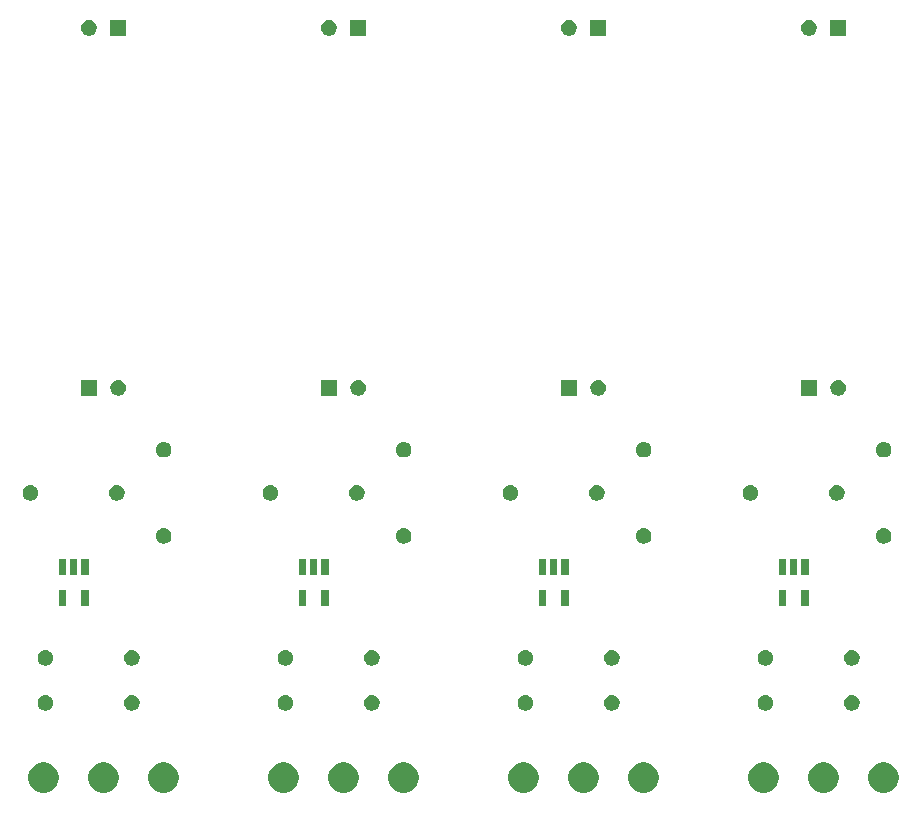
<source format=gbr>
G04 #@! TF.GenerationSoftware,KiCad,Pcbnew,5.1.5-52549c5~86~ubuntu16.04.1*
G04 #@! TF.CreationDate,2020-04-18T11:50:37-06:00*
G04 #@! TF.ProjectId,M_OpDetect,4d5f4f70-4465-4746-9563-742e6b696361,rev?*
G04 #@! TF.SameCoordinates,Original*
G04 #@! TF.FileFunction,Soldermask,Top*
G04 #@! TF.FilePolarity,Negative*
%FSLAX46Y46*%
G04 Gerber Fmt 4.6, Leading zero omitted, Abs format (unit mm)*
G04 Created by KiCad (PCBNEW 5.1.5-52549c5~86~ubuntu16.04.1) date 2020-04-18 11:50:37*
%MOMM*%
%LPD*%
G04 APERTURE LIST*
%ADD10C,0.100000*%
G04 APERTURE END LIST*
D10*
G36*
X145159393Y-120669304D02*
G01*
X145396101Y-120767352D01*
X145396103Y-120767353D01*
X145609135Y-120909696D01*
X145790304Y-121090865D01*
X145932647Y-121303897D01*
X145932648Y-121303899D01*
X146030696Y-121540607D01*
X146080680Y-121791893D01*
X146080680Y-122048107D01*
X146030696Y-122299393D01*
X145932648Y-122536101D01*
X145932647Y-122536103D01*
X145790304Y-122749135D01*
X145609135Y-122930304D01*
X145396103Y-123072647D01*
X145396102Y-123072648D01*
X145396101Y-123072648D01*
X145159393Y-123170696D01*
X144908107Y-123220680D01*
X144651893Y-123220680D01*
X144400607Y-123170696D01*
X144163899Y-123072648D01*
X144163898Y-123072648D01*
X144163897Y-123072647D01*
X143950865Y-122930304D01*
X143769696Y-122749135D01*
X143627353Y-122536103D01*
X143627352Y-122536101D01*
X143529304Y-122299393D01*
X143479320Y-122048107D01*
X143479320Y-121791893D01*
X143529304Y-121540607D01*
X143627352Y-121303899D01*
X143627353Y-121303897D01*
X143769696Y-121090865D01*
X143950865Y-120909696D01*
X144163897Y-120767353D01*
X144163899Y-120767352D01*
X144400607Y-120669304D01*
X144651893Y-120619320D01*
X144908107Y-120619320D01*
X145159393Y-120669304D01*
G37*
G36*
X134999393Y-120669304D02*
G01*
X135236101Y-120767352D01*
X135236103Y-120767353D01*
X135449135Y-120909696D01*
X135630304Y-121090865D01*
X135772647Y-121303897D01*
X135772648Y-121303899D01*
X135870696Y-121540607D01*
X135920680Y-121791893D01*
X135920680Y-122048107D01*
X135870696Y-122299393D01*
X135772648Y-122536101D01*
X135772647Y-122536103D01*
X135630304Y-122749135D01*
X135449135Y-122930304D01*
X135236103Y-123072647D01*
X135236102Y-123072648D01*
X135236101Y-123072648D01*
X134999393Y-123170696D01*
X134748107Y-123220680D01*
X134491893Y-123220680D01*
X134240607Y-123170696D01*
X134003899Y-123072648D01*
X134003898Y-123072648D01*
X134003897Y-123072647D01*
X133790865Y-122930304D01*
X133609696Y-122749135D01*
X133467353Y-122536103D01*
X133467352Y-122536101D01*
X133369304Y-122299393D01*
X133319320Y-122048107D01*
X133319320Y-121791893D01*
X133369304Y-121540607D01*
X133467352Y-121303899D01*
X133467353Y-121303897D01*
X133609696Y-121090865D01*
X133790865Y-120909696D01*
X134003897Y-120767353D01*
X134003899Y-120767352D01*
X134240607Y-120669304D01*
X134491893Y-120619320D01*
X134748107Y-120619320D01*
X134999393Y-120669304D01*
G37*
G36*
X140079393Y-120669304D02*
G01*
X140316101Y-120767352D01*
X140316103Y-120767353D01*
X140529135Y-120909696D01*
X140710304Y-121090865D01*
X140852647Y-121303897D01*
X140852648Y-121303899D01*
X140950696Y-121540607D01*
X141000680Y-121791893D01*
X141000680Y-122048107D01*
X140950696Y-122299393D01*
X140852648Y-122536101D01*
X140852647Y-122536103D01*
X140710304Y-122749135D01*
X140529135Y-122930304D01*
X140316103Y-123072647D01*
X140316102Y-123072648D01*
X140316101Y-123072648D01*
X140079393Y-123170696D01*
X139828107Y-123220680D01*
X139571893Y-123220680D01*
X139320607Y-123170696D01*
X139083899Y-123072648D01*
X139083898Y-123072648D01*
X139083897Y-123072647D01*
X138870865Y-122930304D01*
X138689696Y-122749135D01*
X138547353Y-122536103D01*
X138547352Y-122536101D01*
X138449304Y-122299393D01*
X138399320Y-122048107D01*
X138399320Y-121791893D01*
X138449304Y-121540607D01*
X138547352Y-121303899D01*
X138547353Y-121303897D01*
X138689696Y-121090865D01*
X138870865Y-120909696D01*
X139083897Y-120767353D01*
X139083899Y-120767352D01*
X139320607Y-120669304D01*
X139571893Y-120619320D01*
X139828107Y-120619320D01*
X140079393Y-120669304D01*
G37*
G36*
X165479393Y-120669304D02*
G01*
X165716101Y-120767352D01*
X165716103Y-120767353D01*
X165929135Y-120909696D01*
X166110304Y-121090865D01*
X166252647Y-121303897D01*
X166252648Y-121303899D01*
X166350696Y-121540607D01*
X166400680Y-121791893D01*
X166400680Y-122048107D01*
X166350696Y-122299393D01*
X166252648Y-122536101D01*
X166252647Y-122536103D01*
X166110304Y-122749135D01*
X165929135Y-122930304D01*
X165716103Y-123072647D01*
X165716102Y-123072648D01*
X165716101Y-123072648D01*
X165479393Y-123170696D01*
X165228107Y-123220680D01*
X164971893Y-123220680D01*
X164720607Y-123170696D01*
X164483899Y-123072648D01*
X164483898Y-123072648D01*
X164483897Y-123072647D01*
X164270865Y-122930304D01*
X164089696Y-122749135D01*
X163947353Y-122536103D01*
X163947352Y-122536101D01*
X163849304Y-122299393D01*
X163799320Y-122048107D01*
X163799320Y-121791893D01*
X163849304Y-121540607D01*
X163947352Y-121303899D01*
X163947353Y-121303897D01*
X164089696Y-121090865D01*
X164270865Y-120909696D01*
X164483897Y-120767353D01*
X164483899Y-120767352D01*
X164720607Y-120669304D01*
X164971893Y-120619320D01*
X165228107Y-120619320D01*
X165479393Y-120669304D01*
G37*
G36*
X155319393Y-120669304D02*
G01*
X155556101Y-120767352D01*
X155556103Y-120767353D01*
X155769135Y-120909696D01*
X155950304Y-121090865D01*
X156092647Y-121303897D01*
X156092648Y-121303899D01*
X156190696Y-121540607D01*
X156240680Y-121791893D01*
X156240680Y-122048107D01*
X156190696Y-122299393D01*
X156092648Y-122536101D01*
X156092647Y-122536103D01*
X155950304Y-122749135D01*
X155769135Y-122930304D01*
X155556103Y-123072647D01*
X155556102Y-123072648D01*
X155556101Y-123072648D01*
X155319393Y-123170696D01*
X155068107Y-123220680D01*
X154811893Y-123220680D01*
X154560607Y-123170696D01*
X154323899Y-123072648D01*
X154323898Y-123072648D01*
X154323897Y-123072647D01*
X154110865Y-122930304D01*
X153929696Y-122749135D01*
X153787353Y-122536103D01*
X153787352Y-122536101D01*
X153689304Y-122299393D01*
X153639320Y-122048107D01*
X153639320Y-121791893D01*
X153689304Y-121540607D01*
X153787352Y-121303899D01*
X153787353Y-121303897D01*
X153929696Y-121090865D01*
X154110865Y-120909696D01*
X154323897Y-120767353D01*
X154323899Y-120767352D01*
X154560607Y-120669304D01*
X154811893Y-120619320D01*
X155068107Y-120619320D01*
X155319393Y-120669304D01*
G37*
G36*
X160399393Y-120669304D02*
G01*
X160636101Y-120767352D01*
X160636103Y-120767353D01*
X160849135Y-120909696D01*
X161030304Y-121090865D01*
X161172647Y-121303897D01*
X161172648Y-121303899D01*
X161270696Y-121540607D01*
X161320680Y-121791893D01*
X161320680Y-122048107D01*
X161270696Y-122299393D01*
X161172648Y-122536101D01*
X161172647Y-122536103D01*
X161030304Y-122749135D01*
X160849135Y-122930304D01*
X160636103Y-123072647D01*
X160636102Y-123072648D01*
X160636101Y-123072648D01*
X160399393Y-123170696D01*
X160148107Y-123220680D01*
X159891893Y-123220680D01*
X159640607Y-123170696D01*
X159403899Y-123072648D01*
X159403898Y-123072648D01*
X159403897Y-123072647D01*
X159190865Y-122930304D01*
X159009696Y-122749135D01*
X158867353Y-122536103D01*
X158867352Y-122536101D01*
X158769304Y-122299393D01*
X158719320Y-122048107D01*
X158719320Y-121791893D01*
X158769304Y-121540607D01*
X158867352Y-121303899D01*
X158867353Y-121303897D01*
X159009696Y-121090865D01*
X159190865Y-120909696D01*
X159403897Y-120767353D01*
X159403899Y-120767352D01*
X159640607Y-120669304D01*
X159891893Y-120619320D01*
X160148107Y-120619320D01*
X160399393Y-120669304D01*
G37*
G36*
X185799393Y-120669304D02*
G01*
X186036101Y-120767352D01*
X186036103Y-120767353D01*
X186249135Y-120909696D01*
X186430304Y-121090865D01*
X186572647Y-121303897D01*
X186572648Y-121303899D01*
X186670696Y-121540607D01*
X186720680Y-121791893D01*
X186720680Y-122048107D01*
X186670696Y-122299393D01*
X186572648Y-122536101D01*
X186572647Y-122536103D01*
X186430304Y-122749135D01*
X186249135Y-122930304D01*
X186036103Y-123072647D01*
X186036102Y-123072648D01*
X186036101Y-123072648D01*
X185799393Y-123170696D01*
X185548107Y-123220680D01*
X185291893Y-123220680D01*
X185040607Y-123170696D01*
X184803899Y-123072648D01*
X184803898Y-123072648D01*
X184803897Y-123072647D01*
X184590865Y-122930304D01*
X184409696Y-122749135D01*
X184267353Y-122536103D01*
X184267352Y-122536101D01*
X184169304Y-122299393D01*
X184119320Y-122048107D01*
X184119320Y-121791893D01*
X184169304Y-121540607D01*
X184267352Y-121303899D01*
X184267353Y-121303897D01*
X184409696Y-121090865D01*
X184590865Y-120909696D01*
X184803897Y-120767353D01*
X184803899Y-120767352D01*
X185040607Y-120669304D01*
X185291893Y-120619320D01*
X185548107Y-120619320D01*
X185799393Y-120669304D01*
G37*
G36*
X175639393Y-120669304D02*
G01*
X175876101Y-120767352D01*
X175876103Y-120767353D01*
X176089135Y-120909696D01*
X176270304Y-121090865D01*
X176412647Y-121303897D01*
X176412648Y-121303899D01*
X176510696Y-121540607D01*
X176560680Y-121791893D01*
X176560680Y-122048107D01*
X176510696Y-122299393D01*
X176412648Y-122536101D01*
X176412647Y-122536103D01*
X176270304Y-122749135D01*
X176089135Y-122930304D01*
X175876103Y-123072647D01*
X175876102Y-123072648D01*
X175876101Y-123072648D01*
X175639393Y-123170696D01*
X175388107Y-123220680D01*
X175131893Y-123220680D01*
X174880607Y-123170696D01*
X174643899Y-123072648D01*
X174643898Y-123072648D01*
X174643897Y-123072647D01*
X174430865Y-122930304D01*
X174249696Y-122749135D01*
X174107353Y-122536103D01*
X174107352Y-122536101D01*
X174009304Y-122299393D01*
X173959320Y-122048107D01*
X173959320Y-121791893D01*
X174009304Y-121540607D01*
X174107352Y-121303899D01*
X174107353Y-121303897D01*
X174249696Y-121090865D01*
X174430865Y-120909696D01*
X174643897Y-120767353D01*
X174643899Y-120767352D01*
X174880607Y-120669304D01*
X175131893Y-120619320D01*
X175388107Y-120619320D01*
X175639393Y-120669304D01*
G37*
G36*
X180719393Y-120669304D02*
G01*
X180956101Y-120767352D01*
X180956103Y-120767353D01*
X181169135Y-120909696D01*
X181350304Y-121090865D01*
X181492647Y-121303897D01*
X181492648Y-121303899D01*
X181590696Y-121540607D01*
X181640680Y-121791893D01*
X181640680Y-122048107D01*
X181590696Y-122299393D01*
X181492648Y-122536101D01*
X181492647Y-122536103D01*
X181350304Y-122749135D01*
X181169135Y-122930304D01*
X180956103Y-123072647D01*
X180956102Y-123072648D01*
X180956101Y-123072648D01*
X180719393Y-123170696D01*
X180468107Y-123220680D01*
X180211893Y-123220680D01*
X179960607Y-123170696D01*
X179723899Y-123072648D01*
X179723898Y-123072648D01*
X179723897Y-123072647D01*
X179510865Y-122930304D01*
X179329696Y-122749135D01*
X179187353Y-122536103D01*
X179187352Y-122536101D01*
X179089304Y-122299393D01*
X179039320Y-122048107D01*
X179039320Y-121791893D01*
X179089304Y-121540607D01*
X179187352Y-121303899D01*
X179187353Y-121303897D01*
X179329696Y-121090865D01*
X179510865Y-120909696D01*
X179723897Y-120767353D01*
X179723899Y-120767352D01*
X179960607Y-120669304D01*
X180211893Y-120619320D01*
X180468107Y-120619320D01*
X180719393Y-120669304D01*
G37*
G36*
X195959393Y-120669304D02*
G01*
X196196101Y-120767352D01*
X196196103Y-120767353D01*
X196409135Y-120909696D01*
X196590304Y-121090865D01*
X196732647Y-121303897D01*
X196732648Y-121303899D01*
X196830696Y-121540607D01*
X196880680Y-121791893D01*
X196880680Y-122048107D01*
X196830696Y-122299393D01*
X196732648Y-122536101D01*
X196732647Y-122536103D01*
X196590304Y-122749135D01*
X196409135Y-122930304D01*
X196196103Y-123072647D01*
X196196102Y-123072648D01*
X196196101Y-123072648D01*
X195959393Y-123170696D01*
X195708107Y-123220680D01*
X195451893Y-123220680D01*
X195200607Y-123170696D01*
X194963899Y-123072648D01*
X194963898Y-123072648D01*
X194963897Y-123072647D01*
X194750865Y-122930304D01*
X194569696Y-122749135D01*
X194427353Y-122536103D01*
X194427352Y-122536101D01*
X194329304Y-122299393D01*
X194279320Y-122048107D01*
X194279320Y-121791893D01*
X194329304Y-121540607D01*
X194427352Y-121303899D01*
X194427353Y-121303897D01*
X194569696Y-121090865D01*
X194750865Y-120909696D01*
X194963897Y-120767353D01*
X194963899Y-120767352D01*
X195200607Y-120669304D01*
X195451893Y-120619320D01*
X195708107Y-120619320D01*
X195959393Y-120669304D01*
G37*
G36*
X201039393Y-120669304D02*
G01*
X201276101Y-120767352D01*
X201276103Y-120767353D01*
X201489135Y-120909696D01*
X201670304Y-121090865D01*
X201812647Y-121303897D01*
X201812648Y-121303899D01*
X201910696Y-121540607D01*
X201960680Y-121791893D01*
X201960680Y-122048107D01*
X201910696Y-122299393D01*
X201812648Y-122536101D01*
X201812647Y-122536103D01*
X201670304Y-122749135D01*
X201489135Y-122930304D01*
X201276103Y-123072647D01*
X201276102Y-123072648D01*
X201276101Y-123072648D01*
X201039393Y-123170696D01*
X200788107Y-123220680D01*
X200531893Y-123220680D01*
X200280607Y-123170696D01*
X200043899Y-123072648D01*
X200043898Y-123072648D01*
X200043897Y-123072647D01*
X199830865Y-122930304D01*
X199649696Y-122749135D01*
X199507353Y-122536103D01*
X199507352Y-122536101D01*
X199409304Y-122299393D01*
X199359320Y-122048107D01*
X199359320Y-121791893D01*
X199409304Y-121540607D01*
X199507352Y-121303899D01*
X199507353Y-121303897D01*
X199649696Y-121090865D01*
X199830865Y-120909696D01*
X200043897Y-120767353D01*
X200043899Y-120767352D01*
X200280607Y-120669304D01*
X200531893Y-120619320D01*
X200788107Y-120619320D01*
X201039393Y-120669304D01*
G37*
G36*
X206119393Y-120669304D02*
G01*
X206356101Y-120767352D01*
X206356103Y-120767353D01*
X206569135Y-120909696D01*
X206750304Y-121090865D01*
X206892647Y-121303897D01*
X206892648Y-121303899D01*
X206990696Y-121540607D01*
X207040680Y-121791893D01*
X207040680Y-122048107D01*
X206990696Y-122299393D01*
X206892648Y-122536101D01*
X206892647Y-122536103D01*
X206750304Y-122749135D01*
X206569135Y-122930304D01*
X206356103Y-123072647D01*
X206356102Y-123072648D01*
X206356101Y-123072648D01*
X206119393Y-123170696D01*
X205868107Y-123220680D01*
X205611893Y-123220680D01*
X205360607Y-123170696D01*
X205123899Y-123072648D01*
X205123898Y-123072648D01*
X205123897Y-123072647D01*
X204910865Y-122930304D01*
X204729696Y-122749135D01*
X204587353Y-122536103D01*
X204587352Y-122536101D01*
X204489304Y-122299393D01*
X204439320Y-122048107D01*
X204439320Y-121791893D01*
X204489304Y-121540607D01*
X204587352Y-121303899D01*
X204587353Y-121303897D01*
X204729696Y-121090865D01*
X204910865Y-120909696D01*
X205123897Y-120767353D01*
X205123899Y-120767352D01*
X205360607Y-120669304D01*
X205611893Y-120619320D01*
X205868107Y-120619320D01*
X206119393Y-120669304D01*
G37*
G36*
X155295431Y-114925747D02*
G01*
X155417365Y-114976254D01*
X155527098Y-115049575D01*
X155620425Y-115142902D01*
X155693746Y-115252635D01*
X155744253Y-115374569D01*
X155770000Y-115504009D01*
X155770000Y-115635991D01*
X155744253Y-115765431D01*
X155693746Y-115887365D01*
X155620425Y-115997098D01*
X155527098Y-116090425D01*
X155417365Y-116163746D01*
X155295431Y-116214253D01*
X155165991Y-116240000D01*
X155034009Y-116240000D01*
X154904569Y-116214253D01*
X154782635Y-116163746D01*
X154672902Y-116090425D01*
X154579575Y-115997098D01*
X154506254Y-115887365D01*
X154455747Y-115765431D01*
X154430000Y-115635991D01*
X154430000Y-115504009D01*
X154455747Y-115374569D01*
X154506254Y-115252635D01*
X154579575Y-115142902D01*
X154672902Y-115049575D01*
X154782635Y-114976254D01*
X154904569Y-114925747D01*
X155034009Y-114900000D01*
X155165991Y-114900000D01*
X155295431Y-114925747D01*
G37*
G36*
X203235431Y-114925747D02*
G01*
X203357365Y-114976254D01*
X203467098Y-115049575D01*
X203560425Y-115142902D01*
X203633746Y-115252635D01*
X203684253Y-115374569D01*
X203710000Y-115504009D01*
X203710000Y-115635991D01*
X203684253Y-115765431D01*
X203633746Y-115887365D01*
X203560425Y-115997098D01*
X203467098Y-116090425D01*
X203357365Y-116163746D01*
X203235431Y-116214253D01*
X203105991Y-116240000D01*
X202974009Y-116240000D01*
X202844569Y-116214253D01*
X202722635Y-116163746D01*
X202612902Y-116090425D01*
X202519575Y-115997098D01*
X202446254Y-115887365D01*
X202395747Y-115765431D01*
X202370000Y-115635991D01*
X202370000Y-115504009D01*
X202395747Y-115374569D01*
X202446254Y-115252635D01*
X202519575Y-115142902D01*
X202612902Y-115049575D01*
X202722635Y-114976254D01*
X202844569Y-114925747D01*
X202974009Y-114900000D01*
X203105991Y-114900000D01*
X203235431Y-114925747D01*
G37*
G36*
X195935431Y-114925747D02*
G01*
X196057365Y-114976254D01*
X196167098Y-115049575D01*
X196260425Y-115142902D01*
X196333746Y-115252635D01*
X196384253Y-115374569D01*
X196410000Y-115504009D01*
X196410000Y-115635991D01*
X196384253Y-115765431D01*
X196333746Y-115887365D01*
X196260425Y-115997098D01*
X196167098Y-116090425D01*
X196057365Y-116163746D01*
X195935431Y-116214253D01*
X195805991Y-116240000D01*
X195674009Y-116240000D01*
X195544569Y-116214253D01*
X195422635Y-116163746D01*
X195312902Y-116090425D01*
X195219575Y-115997098D01*
X195146254Y-115887365D01*
X195095747Y-115765431D01*
X195070000Y-115635991D01*
X195070000Y-115504009D01*
X195095747Y-115374569D01*
X195146254Y-115252635D01*
X195219575Y-115142902D01*
X195312902Y-115049575D01*
X195422635Y-114976254D01*
X195544569Y-114925747D01*
X195674009Y-114900000D01*
X195805991Y-114900000D01*
X195935431Y-114925747D01*
G37*
G36*
X175615431Y-114925747D02*
G01*
X175737365Y-114976254D01*
X175847098Y-115049575D01*
X175940425Y-115142902D01*
X176013746Y-115252635D01*
X176064253Y-115374569D01*
X176090000Y-115504009D01*
X176090000Y-115635991D01*
X176064253Y-115765431D01*
X176013746Y-115887365D01*
X175940425Y-115997098D01*
X175847098Y-116090425D01*
X175737365Y-116163746D01*
X175615431Y-116214253D01*
X175485991Y-116240000D01*
X175354009Y-116240000D01*
X175224569Y-116214253D01*
X175102635Y-116163746D01*
X174992902Y-116090425D01*
X174899575Y-115997098D01*
X174826254Y-115887365D01*
X174775747Y-115765431D01*
X174750000Y-115635991D01*
X174750000Y-115504009D01*
X174775747Y-115374569D01*
X174826254Y-115252635D01*
X174899575Y-115142902D01*
X174992902Y-115049575D01*
X175102635Y-114976254D01*
X175224569Y-114925747D01*
X175354009Y-114900000D01*
X175485991Y-114900000D01*
X175615431Y-114925747D01*
G37*
G36*
X182915431Y-114925747D02*
G01*
X183037365Y-114976254D01*
X183147098Y-115049575D01*
X183240425Y-115142902D01*
X183313746Y-115252635D01*
X183364253Y-115374569D01*
X183390000Y-115504009D01*
X183390000Y-115635991D01*
X183364253Y-115765431D01*
X183313746Y-115887365D01*
X183240425Y-115997098D01*
X183147098Y-116090425D01*
X183037365Y-116163746D01*
X182915431Y-116214253D01*
X182785991Y-116240000D01*
X182654009Y-116240000D01*
X182524569Y-116214253D01*
X182402635Y-116163746D01*
X182292902Y-116090425D01*
X182199575Y-115997098D01*
X182126254Y-115887365D01*
X182075747Y-115765431D01*
X182050000Y-115635991D01*
X182050000Y-115504009D01*
X182075747Y-115374569D01*
X182126254Y-115252635D01*
X182199575Y-115142902D01*
X182292902Y-115049575D01*
X182402635Y-114976254D01*
X182524569Y-114925747D01*
X182654009Y-114900000D01*
X182785991Y-114900000D01*
X182915431Y-114925747D01*
G37*
G36*
X162595431Y-114925747D02*
G01*
X162717365Y-114976254D01*
X162827098Y-115049575D01*
X162920425Y-115142902D01*
X162993746Y-115252635D01*
X163044253Y-115374569D01*
X163070000Y-115504009D01*
X163070000Y-115635991D01*
X163044253Y-115765431D01*
X162993746Y-115887365D01*
X162920425Y-115997098D01*
X162827098Y-116090425D01*
X162717365Y-116163746D01*
X162595431Y-116214253D01*
X162465991Y-116240000D01*
X162334009Y-116240000D01*
X162204569Y-116214253D01*
X162082635Y-116163746D01*
X161972902Y-116090425D01*
X161879575Y-115997098D01*
X161806254Y-115887365D01*
X161755747Y-115765431D01*
X161730000Y-115635991D01*
X161730000Y-115504009D01*
X161755747Y-115374569D01*
X161806254Y-115252635D01*
X161879575Y-115142902D01*
X161972902Y-115049575D01*
X162082635Y-114976254D01*
X162204569Y-114925747D01*
X162334009Y-114900000D01*
X162465991Y-114900000D01*
X162595431Y-114925747D01*
G37*
G36*
X134975431Y-114925747D02*
G01*
X135097365Y-114976254D01*
X135207098Y-115049575D01*
X135300425Y-115142902D01*
X135373746Y-115252635D01*
X135424253Y-115374569D01*
X135450000Y-115504009D01*
X135450000Y-115635991D01*
X135424253Y-115765431D01*
X135373746Y-115887365D01*
X135300425Y-115997098D01*
X135207098Y-116090425D01*
X135097365Y-116163746D01*
X134975431Y-116214253D01*
X134845991Y-116240000D01*
X134714009Y-116240000D01*
X134584569Y-116214253D01*
X134462635Y-116163746D01*
X134352902Y-116090425D01*
X134259575Y-115997098D01*
X134186254Y-115887365D01*
X134135747Y-115765431D01*
X134110000Y-115635991D01*
X134110000Y-115504009D01*
X134135747Y-115374569D01*
X134186254Y-115252635D01*
X134259575Y-115142902D01*
X134352902Y-115049575D01*
X134462635Y-114976254D01*
X134584569Y-114925747D01*
X134714009Y-114900000D01*
X134845991Y-114900000D01*
X134975431Y-114925747D01*
G37*
G36*
X142275431Y-114925747D02*
G01*
X142397365Y-114976254D01*
X142507098Y-115049575D01*
X142600425Y-115142902D01*
X142673746Y-115252635D01*
X142724253Y-115374569D01*
X142750000Y-115504009D01*
X142750000Y-115635991D01*
X142724253Y-115765431D01*
X142673746Y-115887365D01*
X142600425Y-115997098D01*
X142507098Y-116090425D01*
X142397365Y-116163746D01*
X142275431Y-116214253D01*
X142145991Y-116240000D01*
X142014009Y-116240000D01*
X141884569Y-116214253D01*
X141762635Y-116163746D01*
X141652902Y-116090425D01*
X141559575Y-115997098D01*
X141486254Y-115887365D01*
X141435747Y-115765431D01*
X141410000Y-115635991D01*
X141410000Y-115504009D01*
X141435747Y-115374569D01*
X141486254Y-115252635D01*
X141559575Y-115142902D01*
X141652902Y-115049575D01*
X141762635Y-114976254D01*
X141884569Y-114925747D01*
X142014009Y-114900000D01*
X142145991Y-114900000D01*
X142275431Y-114925747D01*
G37*
G36*
X134975431Y-111115747D02*
G01*
X135097365Y-111166254D01*
X135207098Y-111239575D01*
X135300425Y-111332902D01*
X135373746Y-111442635D01*
X135424253Y-111564569D01*
X135450000Y-111694009D01*
X135450000Y-111825991D01*
X135424253Y-111955431D01*
X135373746Y-112077365D01*
X135300425Y-112187098D01*
X135207098Y-112280425D01*
X135097365Y-112353746D01*
X134975431Y-112404253D01*
X134845991Y-112430000D01*
X134714009Y-112430000D01*
X134584569Y-112404253D01*
X134462635Y-112353746D01*
X134352902Y-112280425D01*
X134259575Y-112187098D01*
X134186254Y-112077365D01*
X134135747Y-111955431D01*
X134110000Y-111825991D01*
X134110000Y-111694009D01*
X134135747Y-111564569D01*
X134186254Y-111442635D01*
X134259575Y-111332902D01*
X134352902Y-111239575D01*
X134462635Y-111166254D01*
X134584569Y-111115747D01*
X134714009Y-111090000D01*
X134845991Y-111090000D01*
X134975431Y-111115747D01*
G37*
G36*
X195935431Y-111115747D02*
G01*
X196057365Y-111166254D01*
X196167098Y-111239575D01*
X196260425Y-111332902D01*
X196333746Y-111442635D01*
X196384253Y-111564569D01*
X196410000Y-111694009D01*
X196410000Y-111825991D01*
X196384253Y-111955431D01*
X196333746Y-112077365D01*
X196260425Y-112187098D01*
X196167098Y-112280425D01*
X196057365Y-112353746D01*
X195935431Y-112404253D01*
X195805991Y-112430000D01*
X195674009Y-112430000D01*
X195544569Y-112404253D01*
X195422635Y-112353746D01*
X195312902Y-112280425D01*
X195219575Y-112187098D01*
X195146254Y-112077365D01*
X195095747Y-111955431D01*
X195070000Y-111825991D01*
X195070000Y-111694009D01*
X195095747Y-111564569D01*
X195146254Y-111442635D01*
X195219575Y-111332902D01*
X195312902Y-111239575D01*
X195422635Y-111166254D01*
X195544569Y-111115747D01*
X195674009Y-111090000D01*
X195805991Y-111090000D01*
X195935431Y-111115747D01*
G37*
G36*
X203235431Y-111115747D02*
G01*
X203357365Y-111166254D01*
X203467098Y-111239575D01*
X203560425Y-111332902D01*
X203633746Y-111442635D01*
X203684253Y-111564569D01*
X203710000Y-111694009D01*
X203710000Y-111825991D01*
X203684253Y-111955431D01*
X203633746Y-112077365D01*
X203560425Y-112187098D01*
X203467098Y-112280425D01*
X203357365Y-112353746D01*
X203235431Y-112404253D01*
X203105991Y-112430000D01*
X202974009Y-112430000D01*
X202844569Y-112404253D01*
X202722635Y-112353746D01*
X202612902Y-112280425D01*
X202519575Y-112187098D01*
X202446254Y-112077365D01*
X202395747Y-111955431D01*
X202370000Y-111825991D01*
X202370000Y-111694009D01*
X202395747Y-111564569D01*
X202446254Y-111442635D01*
X202519575Y-111332902D01*
X202612902Y-111239575D01*
X202722635Y-111166254D01*
X202844569Y-111115747D01*
X202974009Y-111090000D01*
X203105991Y-111090000D01*
X203235431Y-111115747D01*
G37*
G36*
X142275431Y-111115747D02*
G01*
X142397365Y-111166254D01*
X142507098Y-111239575D01*
X142600425Y-111332902D01*
X142673746Y-111442635D01*
X142724253Y-111564569D01*
X142750000Y-111694009D01*
X142750000Y-111825991D01*
X142724253Y-111955431D01*
X142673746Y-112077365D01*
X142600425Y-112187098D01*
X142507098Y-112280425D01*
X142397365Y-112353746D01*
X142275431Y-112404253D01*
X142145991Y-112430000D01*
X142014009Y-112430000D01*
X141884569Y-112404253D01*
X141762635Y-112353746D01*
X141652902Y-112280425D01*
X141559575Y-112187098D01*
X141486254Y-112077365D01*
X141435747Y-111955431D01*
X141410000Y-111825991D01*
X141410000Y-111694009D01*
X141435747Y-111564569D01*
X141486254Y-111442635D01*
X141559575Y-111332902D01*
X141652902Y-111239575D01*
X141762635Y-111166254D01*
X141884569Y-111115747D01*
X142014009Y-111090000D01*
X142145991Y-111090000D01*
X142275431Y-111115747D01*
G37*
G36*
X162595431Y-111115747D02*
G01*
X162717365Y-111166254D01*
X162827098Y-111239575D01*
X162920425Y-111332902D01*
X162993746Y-111442635D01*
X163044253Y-111564569D01*
X163070000Y-111694009D01*
X163070000Y-111825991D01*
X163044253Y-111955431D01*
X162993746Y-112077365D01*
X162920425Y-112187098D01*
X162827098Y-112280425D01*
X162717365Y-112353746D01*
X162595431Y-112404253D01*
X162465991Y-112430000D01*
X162334009Y-112430000D01*
X162204569Y-112404253D01*
X162082635Y-112353746D01*
X161972902Y-112280425D01*
X161879575Y-112187098D01*
X161806254Y-112077365D01*
X161755747Y-111955431D01*
X161730000Y-111825991D01*
X161730000Y-111694009D01*
X161755747Y-111564569D01*
X161806254Y-111442635D01*
X161879575Y-111332902D01*
X161972902Y-111239575D01*
X162082635Y-111166254D01*
X162204569Y-111115747D01*
X162334009Y-111090000D01*
X162465991Y-111090000D01*
X162595431Y-111115747D01*
G37*
G36*
X175615431Y-111115747D02*
G01*
X175737365Y-111166254D01*
X175847098Y-111239575D01*
X175940425Y-111332902D01*
X176013746Y-111442635D01*
X176064253Y-111564569D01*
X176090000Y-111694009D01*
X176090000Y-111825991D01*
X176064253Y-111955431D01*
X176013746Y-112077365D01*
X175940425Y-112187098D01*
X175847098Y-112280425D01*
X175737365Y-112353746D01*
X175615431Y-112404253D01*
X175485991Y-112430000D01*
X175354009Y-112430000D01*
X175224569Y-112404253D01*
X175102635Y-112353746D01*
X174992902Y-112280425D01*
X174899575Y-112187098D01*
X174826254Y-112077365D01*
X174775747Y-111955431D01*
X174750000Y-111825991D01*
X174750000Y-111694009D01*
X174775747Y-111564569D01*
X174826254Y-111442635D01*
X174899575Y-111332902D01*
X174992902Y-111239575D01*
X175102635Y-111166254D01*
X175224569Y-111115747D01*
X175354009Y-111090000D01*
X175485991Y-111090000D01*
X175615431Y-111115747D01*
G37*
G36*
X182915431Y-111115747D02*
G01*
X183037365Y-111166254D01*
X183147098Y-111239575D01*
X183240425Y-111332902D01*
X183313746Y-111442635D01*
X183364253Y-111564569D01*
X183390000Y-111694009D01*
X183390000Y-111825991D01*
X183364253Y-111955431D01*
X183313746Y-112077365D01*
X183240425Y-112187098D01*
X183147098Y-112280425D01*
X183037365Y-112353746D01*
X182915431Y-112404253D01*
X182785991Y-112430000D01*
X182654009Y-112430000D01*
X182524569Y-112404253D01*
X182402635Y-112353746D01*
X182292902Y-112280425D01*
X182199575Y-112187098D01*
X182126254Y-112077365D01*
X182075747Y-111955431D01*
X182050000Y-111825991D01*
X182050000Y-111694009D01*
X182075747Y-111564569D01*
X182126254Y-111442635D01*
X182199575Y-111332902D01*
X182292902Y-111239575D01*
X182402635Y-111166254D01*
X182524569Y-111115747D01*
X182654009Y-111090000D01*
X182785991Y-111090000D01*
X182915431Y-111115747D01*
G37*
G36*
X155295431Y-111115747D02*
G01*
X155417365Y-111166254D01*
X155527098Y-111239575D01*
X155620425Y-111332902D01*
X155693746Y-111442635D01*
X155744253Y-111564569D01*
X155770000Y-111694009D01*
X155770000Y-111825991D01*
X155744253Y-111955431D01*
X155693746Y-112077365D01*
X155620425Y-112187098D01*
X155527098Y-112280425D01*
X155417365Y-112353746D01*
X155295431Y-112404253D01*
X155165991Y-112430000D01*
X155034009Y-112430000D01*
X154904569Y-112404253D01*
X154782635Y-112353746D01*
X154672902Y-112280425D01*
X154579575Y-112187098D01*
X154506254Y-112077365D01*
X154455747Y-111955431D01*
X154430000Y-111825991D01*
X154430000Y-111694009D01*
X154455747Y-111564569D01*
X154506254Y-111442635D01*
X154579575Y-111332902D01*
X154672902Y-111239575D01*
X154782635Y-111166254D01*
X154904569Y-111115747D01*
X155034009Y-111090000D01*
X155165991Y-111090000D01*
X155295431Y-111115747D01*
G37*
G36*
X199390200Y-107391400D02*
G01*
X198729400Y-107391400D01*
X198729400Y-106019400D01*
X199390200Y-106019400D01*
X199390200Y-107391400D01*
G37*
G36*
X136550600Y-107391400D02*
G01*
X135889800Y-107391400D01*
X135889800Y-106019400D01*
X136550600Y-106019400D01*
X136550600Y-107391400D01*
G37*
G36*
X138430200Y-107391400D02*
G01*
X137769400Y-107391400D01*
X137769400Y-106019400D01*
X138430200Y-106019400D01*
X138430200Y-107391400D01*
G37*
G36*
X197510600Y-107391400D02*
G01*
X196849800Y-107391400D01*
X196849800Y-106019400D01*
X197510600Y-106019400D01*
X197510600Y-107391400D01*
G37*
G36*
X177190600Y-107391400D02*
G01*
X176529800Y-107391400D01*
X176529800Y-106019400D01*
X177190600Y-106019400D01*
X177190600Y-107391400D01*
G37*
G36*
X156870600Y-107391400D02*
G01*
X156209800Y-107391400D01*
X156209800Y-106019400D01*
X156870600Y-106019400D01*
X156870600Y-107391400D01*
G37*
G36*
X158750200Y-107391400D02*
G01*
X158089400Y-107391400D01*
X158089400Y-106019400D01*
X158750200Y-106019400D01*
X158750200Y-107391400D01*
G37*
G36*
X179070200Y-107391400D02*
G01*
X178409400Y-107391400D01*
X178409400Y-106019400D01*
X179070200Y-106019400D01*
X179070200Y-107391400D01*
G37*
G36*
X197510600Y-104800600D02*
G01*
X196849800Y-104800600D01*
X196849800Y-103428600D01*
X197510600Y-103428600D01*
X197510600Y-104800600D01*
G37*
G36*
X198450400Y-104800600D02*
G01*
X197789600Y-104800600D01*
X197789600Y-103428600D01*
X198450400Y-103428600D01*
X198450400Y-104800600D01*
G37*
G36*
X199390200Y-104800600D02*
G01*
X198729400Y-104800600D01*
X198729400Y-103428600D01*
X199390200Y-103428600D01*
X199390200Y-104800600D01*
G37*
G36*
X158750200Y-104800600D02*
G01*
X158089400Y-104800600D01*
X158089400Y-103428600D01*
X158750200Y-103428600D01*
X158750200Y-104800600D01*
G37*
G36*
X136550600Y-104800600D02*
G01*
X135889800Y-104800600D01*
X135889800Y-103428600D01*
X136550600Y-103428600D01*
X136550600Y-104800600D01*
G37*
G36*
X179070200Y-104800600D02*
G01*
X178409400Y-104800600D01*
X178409400Y-103428600D01*
X179070200Y-103428600D01*
X179070200Y-104800600D01*
G37*
G36*
X177190600Y-104800600D02*
G01*
X176529800Y-104800600D01*
X176529800Y-103428600D01*
X177190600Y-103428600D01*
X177190600Y-104800600D01*
G37*
G36*
X178130400Y-104800600D02*
G01*
X177469600Y-104800600D01*
X177469600Y-103428600D01*
X178130400Y-103428600D01*
X178130400Y-104800600D01*
G37*
G36*
X157810400Y-104800600D02*
G01*
X157149600Y-104800600D01*
X157149600Y-103428600D01*
X157810400Y-103428600D01*
X157810400Y-104800600D01*
G37*
G36*
X156870600Y-104800600D02*
G01*
X156209800Y-104800600D01*
X156209800Y-103428600D01*
X156870600Y-103428600D01*
X156870600Y-104800600D01*
G37*
G36*
X138430200Y-104800600D02*
G01*
X137769400Y-104800600D01*
X137769400Y-103428600D01*
X138430200Y-103428600D01*
X138430200Y-104800600D01*
G37*
G36*
X137490400Y-104800600D02*
G01*
X136829600Y-104800600D01*
X136829600Y-103428600D01*
X137490400Y-103428600D01*
X137490400Y-104800600D01*
G37*
G36*
X205935431Y-100795747D02*
G01*
X206057365Y-100846254D01*
X206167098Y-100919575D01*
X206260425Y-101012902D01*
X206333746Y-101122635D01*
X206384253Y-101244569D01*
X206410000Y-101374009D01*
X206410000Y-101505991D01*
X206384253Y-101635431D01*
X206333746Y-101757365D01*
X206260425Y-101867098D01*
X206167098Y-101960425D01*
X206057365Y-102033746D01*
X205935431Y-102084253D01*
X205805991Y-102110000D01*
X205674009Y-102110000D01*
X205544569Y-102084253D01*
X205422635Y-102033746D01*
X205312902Y-101960425D01*
X205219575Y-101867098D01*
X205146254Y-101757365D01*
X205095747Y-101635431D01*
X205070000Y-101505991D01*
X205070000Y-101374009D01*
X205095747Y-101244569D01*
X205146254Y-101122635D01*
X205219575Y-101012902D01*
X205312902Y-100919575D01*
X205422635Y-100846254D01*
X205544569Y-100795747D01*
X205674009Y-100770000D01*
X205805991Y-100770000D01*
X205935431Y-100795747D01*
G37*
G36*
X144975431Y-100795747D02*
G01*
X145097365Y-100846254D01*
X145207098Y-100919575D01*
X145300425Y-101012902D01*
X145373746Y-101122635D01*
X145424253Y-101244569D01*
X145450000Y-101374009D01*
X145450000Y-101505991D01*
X145424253Y-101635431D01*
X145373746Y-101757365D01*
X145300425Y-101867098D01*
X145207098Y-101960425D01*
X145097365Y-102033746D01*
X144975431Y-102084253D01*
X144845991Y-102110000D01*
X144714009Y-102110000D01*
X144584569Y-102084253D01*
X144462635Y-102033746D01*
X144352902Y-101960425D01*
X144259575Y-101867098D01*
X144186254Y-101757365D01*
X144135747Y-101635431D01*
X144110000Y-101505991D01*
X144110000Y-101374009D01*
X144135747Y-101244569D01*
X144186254Y-101122635D01*
X144259575Y-101012902D01*
X144352902Y-100919575D01*
X144462635Y-100846254D01*
X144584569Y-100795747D01*
X144714009Y-100770000D01*
X144845991Y-100770000D01*
X144975431Y-100795747D01*
G37*
G36*
X185615431Y-100795747D02*
G01*
X185737365Y-100846254D01*
X185847098Y-100919575D01*
X185940425Y-101012902D01*
X186013746Y-101122635D01*
X186064253Y-101244569D01*
X186090000Y-101374009D01*
X186090000Y-101505991D01*
X186064253Y-101635431D01*
X186013746Y-101757365D01*
X185940425Y-101867098D01*
X185847098Y-101960425D01*
X185737365Y-102033746D01*
X185615431Y-102084253D01*
X185485991Y-102110000D01*
X185354009Y-102110000D01*
X185224569Y-102084253D01*
X185102635Y-102033746D01*
X184992902Y-101960425D01*
X184899575Y-101867098D01*
X184826254Y-101757365D01*
X184775747Y-101635431D01*
X184750000Y-101505991D01*
X184750000Y-101374009D01*
X184775747Y-101244569D01*
X184826254Y-101122635D01*
X184899575Y-101012902D01*
X184992902Y-100919575D01*
X185102635Y-100846254D01*
X185224569Y-100795747D01*
X185354009Y-100770000D01*
X185485991Y-100770000D01*
X185615431Y-100795747D01*
G37*
G36*
X165295431Y-100795747D02*
G01*
X165417365Y-100846254D01*
X165527098Y-100919575D01*
X165620425Y-101012902D01*
X165693746Y-101122635D01*
X165744253Y-101244569D01*
X165770000Y-101374009D01*
X165770000Y-101505991D01*
X165744253Y-101635431D01*
X165693746Y-101757365D01*
X165620425Y-101867098D01*
X165527098Y-101960425D01*
X165417365Y-102033746D01*
X165295431Y-102084253D01*
X165165991Y-102110000D01*
X165034009Y-102110000D01*
X164904569Y-102084253D01*
X164782635Y-102033746D01*
X164672902Y-101960425D01*
X164579575Y-101867098D01*
X164506254Y-101757365D01*
X164455747Y-101635431D01*
X164430000Y-101505991D01*
X164430000Y-101374009D01*
X164455747Y-101244569D01*
X164506254Y-101122635D01*
X164579575Y-101012902D01*
X164672902Y-100919575D01*
X164782635Y-100846254D01*
X164904569Y-100795747D01*
X165034009Y-100770000D01*
X165165991Y-100770000D01*
X165295431Y-100795747D01*
G37*
G36*
X174345431Y-97145747D02*
G01*
X174467365Y-97196254D01*
X174577098Y-97269575D01*
X174670425Y-97362902D01*
X174743746Y-97472635D01*
X174794253Y-97594569D01*
X174820000Y-97724009D01*
X174820000Y-97855991D01*
X174794253Y-97985431D01*
X174743746Y-98107365D01*
X174670425Y-98217098D01*
X174577098Y-98310425D01*
X174467365Y-98383746D01*
X174345431Y-98434253D01*
X174215991Y-98460000D01*
X174084009Y-98460000D01*
X173954569Y-98434253D01*
X173832635Y-98383746D01*
X173722902Y-98310425D01*
X173629575Y-98217098D01*
X173556254Y-98107365D01*
X173505747Y-97985431D01*
X173480000Y-97855991D01*
X173480000Y-97724009D01*
X173505747Y-97594569D01*
X173556254Y-97472635D01*
X173629575Y-97362902D01*
X173722902Y-97269575D01*
X173832635Y-97196254D01*
X173954569Y-97145747D01*
X174084009Y-97120000D01*
X174215991Y-97120000D01*
X174345431Y-97145747D01*
G37*
G36*
X161325431Y-97145747D02*
G01*
X161447365Y-97196254D01*
X161557098Y-97269575D01*
X161650425Y-97362902D01*
X161723746Y-97472635D01*
X161774253Y-97594569D01*
X161800000Y-97724009D01*
X161800000Y-97855991D01*
X161774253Y-97985431D01*
X161723746Y-98107365D01*
X161650425Y-98217098D01*
X161557098Y-98310425D01*
X161447365Y-98383746D01*
X161325431Y-98434253D01*
X161195991Y-98460000D01*
X161064009Y-98460000D01*
X160934569Y-98434253D01*
X160812635Y-98383746D01*
X160702902Y-98310425D01*
X160609575Y-98217098D01*
X160536254Y-98107365D01*
X160485747Y-97985431D01*
X160460000Y-97855991D01*
X160460000Y-97724009D01*
X160485747Y-97594569D01*
X160536254Y-97472635D01*
X160609575Y-97362902D01*
X160702902Y-97269575D01*
X160812635Y-97196254D01*
X160934569Y-97145747D01*
X161064009Y-97120000D01*
X161195991Y-97120000D01*
X161325431Y-97145747D01*
G37*
G36*
X181645431Y-97145747D02*
G01*
X181767365Y-97196254D01*
X181877098Y-97269575D01*
X181970425Y-97362902D01*
X182043746Y-97472635D01*
X182094253Y-97594569D01*
X182120000Y-97724009D01*
X182120000Y-97855991D01*
X182094253Y-97985431D01*
X182043746Y-98107365D01*
X181970425Y-98217098D01*
X181877098Y-98310425D01*
X181767365Y-98383746D01*
X181645431Y-98434253D01*
X181515991Y-98460000D01*
X181384009Y-98460000D01*
X181254569Y-98434253D01*
X181132635Y-98383746D01*
X181022902Y-98310425D01*
X180929575Y-98217098D01*
X180856254Y-98107365D01*
X180805747Y-97985431D01*
X180780000Y-97855991D01*
X180780000Y-97724009D01*
X180805747Y-97594569D01*
X180856254Y-97472635D01*
X180929575Y-97362902D01*
X181022902Y-97269575D01*
X181132635Y-97196254D01*
X181254569Y-97145747D01*
X181384009Y-97120000D01*
X181515991Y-97120000D01*
X181645431Y-97145747D01*
G37*
G36*
X194665431Y-97145747D02*
G01*
X194787365Y-97196254D01*
X194897098Y-97269575D01*
X194990425Y-97362902D01*
X195063746Y-97472635D01*
X195114253Y-97594569D01*
X195140000Y-97724009D01*
X195140000Y-97855991D01*
X195114253Y-97985431D01*
X195063746Y-98107365D01*
X194990425Y-98217098D01*
X194897098Y-98310425D01*
X194787365Y-98383746D01*
X194665431Y-98434253D01*
X194535991Y-98460000D01*
X194404009Y-98460000D01*
X194274569Y-98434253D01*
X194152635Y-98383746D01*
X194042902Y-98310425D01*
X193949575Y-98217098D01*
X193876254Y-98107365D01*
X193825747Y-97985431D01*
X193800000Y-97855991D01*
X193800000Y-97724009D01*
X193825747Y-97594569D01*
X193876254Y-97472635D01*
X193949575Y-97362902D01*
X194042902Y-97269575D01*
X194152635Y-97196254D01*
X194274569Y-97145747D01*
X194404009Y-97120000D01*
X194535991Y-97120000D01*
X194665431Y-97145747D01*
G37*
G36*
X201965431Y-97145747D02*
G01*
X202087365Y-97196254D01*
X202197098Y-97269575D01*
X202290425Y-97362902D01*
X202363746Y-97472635D01*
X202414253Y-97594569D01*
X202440000Y-97724009D01*
X202440000Y-97855991D01*
X202414253Y-97985431D01*
X202363746Y-98107365D01*
X202290425Y-98217098D01*
X202197098Y-98310425D01*
X202087365Y-98383746D01*
X201965431Y-98434253D01*
X201835991Y-98460000D01*
X201704009Y-98460000D01*
X201574569Y-98434253D01*
X201452635Y-98383746D01*
X201342902Y-98310425D01*
X201249575Y-98217098D01*
X201176254Y-98107365D01*
X201125747Y-97985431D01*
X201100000Y-97855991D01*
X201100000Y-97724009D01*
X201125747Y-97594569D01*
X201176254Y-97472635D01*
X201249575Y-97362902D01*
X201342902Y-97269575D01*
X201452635Y-97196254D01*
X201574569Y-97145747D01*
X201704009Y-97120000D01*
X201835991Y-97120000D01*
X201965431Y-97145747D01*
G37*
G36*
X154025431Y-97145747D02*
G01*
X154147365Y-97196254D01*
X154257098Y-97269575D01*
X154350425Y-97362902D01*
X154423746Y-97472635D01*
X154474253Y-97594569D01*
X154500000Y-97724009D01*
X154500000Y-97855991D01*
X154474253Y-97985431D01*
X154423746Y-98107365D01*
X154350425Y-98217098D01*
X154257098Y-98310425D01*
X154147365Y-98383746D01*
X154025431Y-98434253D01*
X153895991Y-98460000D01*
X153764009Y-98460000D01*
X153634569Y-98434253D01*
X153512635Y-98383746D01*
X153402902Y-98310425D01*
X153309575Y-98217098D01*
X153236254Y-98107365D01*
X153185747Y-97985431D01*
X153160000Y-97855991D01*
X153160000Y-97724009D01*
X153185747Y-97594569D01*
X153236254Y-97472635D01*
X153309575Y-97362902D01*
X153402902Y-97269575D01*
X153512635Y-97196254D01*
X153634569Y-97145747D01*
X153764009Y-97120000D01*
X153895991Y-97120000D01*
X154025431Y-97145747D01*
G37*
G36*
X141005431Y-97145747D02*
G01*
X141127365Y-97196254D01*
X141237098Y-97269575D01*
X141330425Y-97362902D01*
X141403746Y-97472635D01*
X141454253Y-97594569D01*
X141480000Y-97724009D01*
X141480000Y-97855991D01*
X141454253Y-97985431D01*
X141403746Y-98107365D01*
X141330425Y-98217098D01*
X141237098Y-98310425D01*
X141127365Y-98383746D01*
X141005431Y-98434253D01*
X140875991Y-98460000D01*
X140744009Y-98460000D01*
X140614569Y-98434253D01*
X140492635Y-98383746D01*
X140382902Y-98310425D01*
X140289575Y-98217098D01*
X140216254Y-98107365D01*
X140165747Y-97985431D01*
X140140000Y-97855991D01*
X140140000Y-97724009D01*
X140165747Y-97594569D01*
X140216254Y-97472635D01*
X140289575Y-97362902D01*
X140382902Y-97269575D01*
X140492635Y-97196254D01*
X140614569Y-97145747D01*
X140744009Y-97120000D01*
X140875991Y-97120000D01*
X141005431Y-97145747D01*
G37*
G36*
X133705431Y-97145747D02*
G01*
X133827365Y-97196254D01*
X133937098Y-97269575D01*
X134030425Y-97362902D01*
X134103746Y-97472635D01*
X134154253Y-97594569D01*
X134180000Y-97724009D01*
X134180000Y-97855991D01*
X134154253Y-97985431D01*
X134103746Y-98107365D01*
X134030425Y-98217098D01*
X133937098Y-98310425D01*
X133827365Y-98383746D01*
X133705431Y-98434253D01*
X133575991Y-98460000D01*
X133444009Y-98460000D01*
X133314569Y-98434253D01*
X133192635Y-98383746D01*
X133082902Y-98310425D01*
X132989575Y-98217098D01*
X132916254Y-98107365D01*
X132865747Y-97985431D01*
X132840000Y-97855991D01*
X132840000Y-97724009D01*
X132865747Y-97594569D01*
X132916254Y-97472635D01*
X132989575Y-97362902D01*
X133082902Y-97269575D01*
X133192635Y-97196254D01*
X133314569Y-97145747D01*
X133444009Y-97120000D01*
X133575991Y-97120000D01*
X133705431Y-97145747D01*
G37*
G36*
X205935431Y-93495747D02*
G01*
X206057365Y-93546254D01*
X206167098Y-93619575D01*
X206260425Y-93712902D01*
X206333746Y-93822635D01*
X206384253Y-93944569D01*
X206410000Y-94074009D01*
X206410000Y-94205991D01*
X206384253Y-94335431D01*
X206333746Y-94457365D01*
X206260425Y-94567098D01*
X206167098Y-94660425D01*
X206057365Y-94733746D01*
X205935431Y-94784253D01*
X205805991Y-94810000D01*
X205674009Y-94810000D01*
X205544569Y-94784253D01*
X205422635Y-94733746D01*
X205312902Y-94660425D01*
X205219575Y-94567098D01*
X205146254Y-94457365D01*
X205095747Y-94335431D01*
X205070000Y-94205991D01*
X205070000Y-94074009D01*
X205095747Y-93944569D01*
X205146254Y-93822635D01*
X205219575Y-93712902D01*
X205312902Y-93619575D01*
X205422635Y-93546254D01*
X205544569Y-93495747D01*
X205674009Y-93470000D01*
X205805991Y-93470000D01*
X205935431Y-93495747D01*
G37*
G36*
X185615431Y-93495747D02*
G01*
X185737365Y-93546254D01*
X185847098Y-93619575D01*
X185940425Y-93712902D01*
X186013746Y-93822635D01*
X186064253Y-93944569D01*
X186090000Y-94074009D01*
X186090000Y-94205991D01*
X186064253Y-94335431D01*
X186013746Y-94457365D01*
X185940425Y-94567098D01*
X185847098Y-94660425D01*
X185737365Y-94733746D01*
X185615431Y-94784253D01*
X185485991Y-94810000D01*
X185354009Y-94810000D01*
X185224569Y-94784253D01*
X185102635Y-94733746D01*
X184992902Y-94660425D01*
X184899575Y-94567098D01*
X184826254Y-94457365D01*
X184775747Y-94335431D01*
X184750000Y-94205991D01*
X184750000Y-94074009D01*
X184775747Y-93944569D01*
X184826254Y-93822635D01*
X184899575Y-93712902D01*
X184992902Y-93619575D01*
X185102635Y-93546254D01*
X185224569Y-93495747D01*
X185354009Y-93470000D01*
X185485991Y-93470000D01*
X185615431Y-93495747D01*
G37*
G36*
X144975431Y-93495747D02*
G01*
X145097365Y-93546254D01*
X145207098Y-93619575D01*
X145300425Y-93712902D01*
X145373746Y-93822635D01*
X145424253Y-93944569D01*
X145450000Y-94074009D01*
X145450000Y-94205991D01*
X145424253Y-94335431D01*
X145373746Y-94457365D01*
X145300425Y-94567098D01*
X145207098Y-94660425D01*
X145097365Y-94733746D01*
X144975431Y-94784253D01*
X144845991Y-94810000D01*
X144714009Y-94810000D01*
X144584569Y-94784253D01*
X144462635Y-94733746D01*
X144352902Y-94660425D01*
X144259575Y-94567098D01*
X144186254Y-94457365D01*
X144135747Y-94335431D01*
X144110000Y-94205991D01*
X144110000Y-94074009D01*
X144135747Y-93944569D01*
X144186254Y-93822635D01*
X144259575Y-93712902D01*
X144352902Y-93619575D01*
X144462635Y-93546254D01*
X144584569Y-93495747D01*
X144714009Y-93470000D01*
X144845991Y-93470000D01*
X144975431Y-93495747D01*
G37*
G36*
X165295431Y-93495747D02*
G01*
X165417365Y-93546254D01*
X165527098Y-93619575D01*
X165620425Y-93712902D01*
X165693746Y-93822635D01*
X165744253Y-93944569D01*
X165770000Y-94074009D01*
X165770000Y-94205991D01*
X165744253Y-94335431D01*
X165693746Y-94457365D01*
X165620425Y-94567098D01*
X165527098Y-94660425D01*
X165417365Y-94733746D01*
X165295431Y-94784253D01*
X165165991Y-94810000D01*
X165034009Y-94810000D01*
X164904569Y-94784253D01*
X164782635Y-94733746D01*
X164672902Y-94660425D01*
X164579575Y-94567098D01*
X164506254Y-94457365D01*
X164455747Y-94335431D01*
X164430000Y-94205991D01*
X164430000Y-94074009D01*
X164455747Y-93944569D01*
X164506254Y-93822635D01*
X164579575Y-93712902D01*
X164672902Y-93619575D01*
X164782635Y-93546254D01*
X164904569Y-93495747D01*
X165034009Y-93470000D01*
X165165991Y-93470000D01*
X165295431Y-93495747D01*
G37*
G36*
X181741375Y-88251063D02*
G01*
X181784265Y-88259594D01*
X181905469Y-88309799D01*
X182014550Y-88382684D01*
X182107316Y-88475450D01*
X182180201Y-88584531D01*
X182230406Y-88705735D01*
X182256000Y-88834405D01*
X182256000Y-88965595D01*
X182230406Y-89094265D01*
X182180201Y-89215469D01*
X182107316Y-89324550D01*
X182014550Y-89417316D01*
X181905469Y-89490201D01*
X181784265Y-89540406D01*
X181741375Y-89548937D01*
X181655597Y-89566000D01*
X181524403Y-89566000D01*
X181438625Y-89548937D01*
X181395735Y-89540406D01*
X181274531Y-89490201D01*
X181165450Y-89417316D01*
X181072684Y-89324550D01*
X180999799Y-89215469D01*
X180949594Y-89094265D01*
X180924000Y-88965595D01*
X180924000Y-88834405D01*
X180949594Y-88705735D01*
X180999799Y-88584531D01*
X181072684Y-88475450D01*
X181165450Y-88382684D01*
X181274531Y-88309799D01*
X181395735Y-88259594D01*
X181438625Y-88251063D01*
X181524403Y-88234000D01*
X181655597Y-88234000D01*
X181741375Y-88251063D01*
G37*
G36*
X159436000Y-89566000D02*
G01*
X158104000Y-89566000D01*
X158104000Y-88234000D01*
X159436000Y-88234000D01*
X159436000Y-89566000D01*
G37*
G36*
X202061375Y-88251063D02*
G01*
X202104265Y-88259594D01*
X202225469Y-88309799D01*
X202334550Y-88382684D01*
X202427316Y-88475450D01*
X202500201Y-88584531D01*
X202550406Y-88705735D01*
X202576000Y-88834405D01*
X202576000Y-88965595D01*
X202550406Y-89094265D01*
X202500201Y-89215469D01*
X202427316Y-89324550D01*
X202334550Y-89417316D01*
X202225469Y-89490201D01*
X202104265Y-89540406D01*
X202061375Y-89548937D01*
X201975597Y-89566000D01*
X201844403Y-89566000D01*
X201758625Y-89548937D01*
X201715735Y-89540406D01*
X201594531Y-89490201D01*
X201485450Y-89417316D01*
X201392684Y-89324550D01*
X201319799Y-89215469D01*
X201269594Y-89094265D01*
X201244000Y-88965595D01*
X201244000Y-88834405D01*
X201269594Y-88705735D01*
X201319799Y-88584531D01*
X201392684Y-88475450D01*
X201485450Y-88382684D01*
X201594531Y-88309799D01*
X201715735Y-88259594D01*
X201758625Y-88251063D01*
X201844403Y-88234000D01*
X201975597Y-88234000D01*
X202061375Y-88251063D01*
G37*
G36*
X200076000Y-89566000D02*
G01*
X198744000Y-89566000D01*
X198744000Y-88234000D01*
X200076000Y-88234000D01*
X200076000Y-89566000D01*
G37*
G36*
X141101375Y-88251063D02*
G01*
X141144265Y-88259594D01*
X141265469Y-88309799D01*
X141374550Y-88382684D01*
X141467316Y-88475450D01*
X141540201Y-88584531D01*
X141590406Y-88705735D01*
X141616000Y-88834405D01*
X141616000Y-88965595D01*
X141590406Y-89094265D01*
X141540201Y-89215469D01*
X141467316Y-89324550D01*
X141374550Y-89417316D01*
X141265469Y-89490201D01*
X141144265Y-89540406D01*
X141101375Y-89548937D01*
X141015597Y-89566000D01*
X140884403Y-89566000D01*
X140798625Y-89548937D01*
X140755735Y-89540406D01*
X140634531Y-89490201D01*
X140525450Y-89417316D01*
X140432684Y-89324550D01*
X140359799Y-89215469D01*
X140309594Y-89094265D01*
X140284000Y-88965595D01*
X140284000Y-88834405D01*
X140309594Y-88705735D01*
X140359799Y-88584531D01*
X140432684Y-88475450D01*
X140525450Y-88382684D01*
X140634531Y-88309799D01*
X140755735Y-88259594D01*
X140798625Y-88251063D01*
X140884403Y-88234000D01*
X141015597Y-88234000D01*
X141101375Y-88251063D01*
G37*
G36*
X179756000Y-89566000D02*
G01*
X178424000Y-89566000D01*
X178424000Y-88234000D01*
X179756000Y-88234000D01*
X179756000Y-89566000D01*
G37*
G36*
X161421375Y-88251063D02*
G01*
X161464265Y-88259594D01*
X161585469Y-88309799D01*
X161694550Y-88382684D01*
X161787316Y-88475450D01*
X161860201Y-88584531D01*
X161910406Y-88705735D01*
X161936000Y-88834405D01*
X161936000Y-88965595D01*
X161910406Y-89094265D01*
X161860201Y-89215469D01*
X161787316Y-89324550D01*
X161694550Y-89417316D01*
X161585469Y-89490201D01*
X161464265Y-89540406D01*
X161421375Y-89548937D01*
X161335597Y-89566000D01*
X161204403Y-89566000D01*
X161118625Y-89548937D01*
X161075735Y-89540406D01*
X160954531Y-89490201D01*
X160845450Y-89417316D01*
X160752684Y-89324550D01*
X160679799Y-89215469D01*
X160629594Y-89094265D01*
X160604000Y-88965595D01*
X160604000Y-88834405D01*
X160629594Y-88705735D01*
X160679799Y-88584531D01*
X160752684Y-88475450D01*
X160845450Y-88382684D01*
X160954531Y-88309799D01*
X161075735Y-88259594D01*
X161118625Y-88251063D01*
X161204403Y-88234000D01*
X161335597Y-88234000D01*
X161421375Y-88251063D01*
G37*
G36*
X139116000Y-89566000D02*
G01*
X137784000Y-89566000D01*
X137784000Y-88234000D01*
X139116000Y-88234000D01*
X139116000Y-89566000D01*
G37*
G36*
X138601375Y-57771063D02*
G01*
X138644265Y-57779594D01*
X138765469Y-57829799D01*
X138874550Y-57902684D01*
X138967316Y-57995450D01*
X139040201Y-58104531D01*
X139090406Y-58225735D01*
X139116000Y-58354405D01*
X139116000Y-58485595D01*
X139090406Y-58614265D01*
X139040201Y-58735469D01*
X138967316Y-58844550D01*
X138874550Y-58937316D01*
X138765469Y-59010201D01*
X138644265Y-59060406D01*
X138601375Y-59068937D01*
X138515597Y-59086000D01*
X138384403Y-59086000D01*
X138298625Y-59068937D01*
X138255735Y-59060406D01*
X138134531Y-59010201D01*
X138025450Y-58937316D01*
X137932684Y-58844550D01*
X137859799Y-58735469D01*
X137809594Y-58614265D01*
X137784000Y-58485595D01*
X137784000Y-58354405D01*
X137809594Y-58225735D01*
X137859799Y-58104531D01*
X137932684Y-57995450D01*
X138025450Y-57902684D01*
X138134531Y-57829799D01*
X138255735Y-57779594D01*
X138298625Y-57771063D01*
X138384403Y-57754000D01*
X138515597Y-57754000D01*
X138601375Y-57771063D01*
G37*
G36*
X202576000Y-59086000D02*
G01*
X201244000Y-59086000D01*
X201244000Y-57754000D01*
X202576000Y-57754000D01*
X202576000Y-59086000D01*
G37*
G36*
X199561375Y-57771063D02*
G01*
X199604265Y-57779594D01*
X199725469Y-57829799D01*
X199834550Y-57902684D01*
X199927316Y-57995450D01*
X200000201Y-58104531D01*
X200050406Y-58225735D01*
X200076000Y-58354405D01*
X200076000Y-58485595D01*
X200050406Y-58614265D01*
X200000201Y-58735469D01*
X199927316Y-58844550D01*
X199834550Y-58937316D01*
X199725469Y-59010201D01*
X199604265Y-59060406D01*
X199561375Y-59068937D01*
X199475597Y-59086000D01*
X199344403Y-59086000D01*
X199258625Y-59068937D01*
X199215735Y-59060406D01*
X199094531Y-59010201D01*
X198985450Y-58937316D01*
X198892684Y-58844550D01*
X198819799Y-58735469D01*
X198769594Y-58614265D01*
X198744000Y-58485595D01*
X198744000Y-58354405D01*
X198769594Y-58225735D01*
X198819799Y-58104531D01*
X198892684Y-57995450D01*
X198985450Y-57902684D01*
X199094531Y-57829799D01*
X199215735Y-57779594D01*
X199258625Y-57771063D01*
X199344403Y-57754000D01*
X199475597Y-57754000D01*
X199561375Y-57771063D01*
G37*
G36*
X182256000Y-59086000D02*
G01*
X180924000Y-59086000D01*
X180924000Y-57754000D01*
X182256000Y-57754000D01*
X182256000Y-59086000D01*
G37*
G36*
X179241375Y-57771063D02*
G01*
X179284265Y-57779594D01*
X179405469Y-57829799D01*
X179514550Y-57902684D01*
X179607316Y-57995450D01*
X179680201Y-58104531D01*
X179730406Y-58225735D01*
X179756000Y-58354405D01*
X179756000Y-58485595D01*
X179730406Y-58614265D01*
X179680201Y-58735469D01*
X179607316Y-58844550D01*
X179514550Y-58937316D01*
X179405469Y-59010201D01*
X179284265Y-59060406D01*
X179241375Y-59068937D01*
X179155597Y-59086000D01*
X179024403Y-59086000D01*
X178938625Y-59068937D01*
X178895735Y-59060406D01*
X178774531Y-59010201D01*
X178665450Y-58937316D01*
X178572684Y-58844550D01*
X178499799Y-58735469D01*
X178449594Y-58614265D01*
X178424000Y-58485595D01*
X178424000Y-58354405D01*
X178449594Y-58225735D01*
X178499799Y-58104531D01*
X178572684Y-57995450D01*
X178665450Y-57902684D01*
X178774531Y-57829799D01*
X178895735Y-57779594D01*
X178938625Y-57771063D01*
X179024403Y-57754000D01*
X179155597Y-57754000D01*
X179241375Y-57771063D01*
G37*
G36*
X161936000Y-59086000D02*
G01*
X160604000Y-59086000D01*
X160604000Y-57754000D01*
X161936000Y-57754000D01*
X161936000Y-59086000D01*
G37*
G36*
X158921375Y-57771063D02*
G01*
X158964265Y-57779594D01*
X159085469Y-57829799D01*
X159194550Y-57902684D01*
X159287316Y-57995450D01*
X159360201Y-58104531D01*
X159410406Y-58225735D01*
X159436000Y-58354405D01*
X159436000Y-58485595D01*
X159410406Y-58614265D01*
X159360201Y-58735469D01*
X159287316Y-58844550D01*
X159194550Y-58937316D01*
X159085469Y-59010201D01*
X158964265Y-59060406D01*
X158921375Y-59068937D01*
X158835597Y-59086000D01*
X158704403Y-59086000D01*
X158618625Y-59068937D01*
X158575735Y-59060406D01*
X158454531Y-59010201D01*
X158345450Y-58937316D01*
X158252684Y-58844550D01*
X158179799Y-58735469D01*
X158129594Y-58614265D01*
X158104000Y-58485595D01*
X158104000Y-58354405D01*
X158129594Y-58225735D01*
X158179799Y-58104531D01*
X158252684Y-57995450D01*
X158345450Y-57902684D01*
X158454531Y-57829799D01*
X158575735Y-57779594D01*
X158618625Y-57771063D01*
X158704403Y-57754000D01*
X158835597Y-57754000D01*
X158921375Y-57771063D01*
G37*
G36*
X141616000Y-59086000D02*
G01*
X140284000Y-59086000D01*
X140284000Y-57754000D01*
X141616000Y-57754000D01*
X141616000Y-59086000D01*
G37*
M02*

</source>
